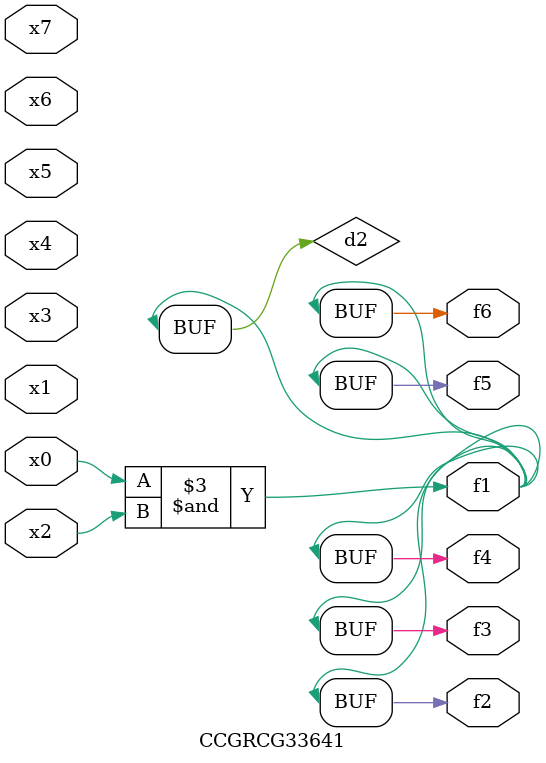
<source format=v>
module CCGRCG33641(
	input x0, x1, x2, x3, x4, x5, x6, x7,
	output f1, f2, f3, f4, f5, f6
);

	wire d1, d2;

	nor (d1, x3, x6);
	and (d2, x0, x2);
	assign f1 = d2;
	assign f2 = d2;
	assign f3 = d2;
	assign f4 = d2;
	assign f5 = d2;
	assign f6 = d2;
endmodule

</source>
